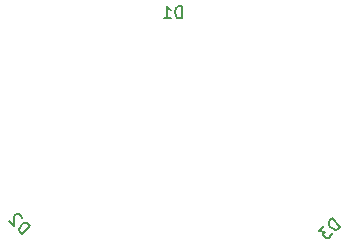
<source format=gbr>
%TF.GenerationSoftware,KiCad,Pcbnew,(5.1.6)-1*%
%TF.CreationDate,2020-12-08T12:03:19+08:00*%
%TF.ProjectId,LED_A1.0,4c45445f-4131-42e3-902e-6b696361645f,rev?*%
%TF.SameCoordinates,Original*%
%TF.FileFunction,Legend,Bot*%
%TF.FilePolarity,Positive*%
%FSLAX46Y46*%
G04 Gerber Fmt 4.6, Leading zero omitted, Abs format (unit mm)*
G04 Created by KiCad (PCBNEW (5.1.6)-1) date 2020-12-08 12:03:19*
%MOMM*%
%LPD*%
G01*
G04 APERTURE LIST*
%ADD10C,0.150000*%
G04 APERTURE END LIST*
%TO.C,D3*%
D10*
X50930593Y-36094569D02*
X50223487Y-35387462D01*
X50055128Y-35555821D01*
X49987784Y-35690508D01*
X49987784Y-35825195D01*
X50021456Y-35926210D01*
X50122471Y-36094569D01*
X50223487Y-36195584D01*
X50391845Y-36296600D01*
X50492861Y-36330271D01*
X50627548Y-36330271D01*
X50762235Y-36262928D01*
X50930593Y-36094569D01*
X49583723Y-36027225D02*
X49145990Y-36464958D01*
X49651067Y-36498630D01*
X49550051Y-36599645D01*
X49516380Y-36700661D01*
X49516380Y-36768004D01*
X49550051Y-36869019D01*
X49718410Y-37037378D01*
X49819425Y-37071050D01*
X49886769Y-37071050D01*
X49987784Y-37037378D01*
X50189815Y-36835348D01*
X50223487Y-36734332D01*
X50223487Y-36666989D01*
%TO.C,D2*%
X24001830Y-36706593D02*
X24708937Y-35999487D01*
X24540578Y-35831128D01*
X24405891Y-35763784D01*
X24271204Y-35763784D01*
X24170189Y-35797456D01*
X24001830Y-35898471D01*
X23900815Y-35999487D01*
X23799799Y-36167845D01*
X23766128Y-36268861D01*
X23766128Y-36403548D01*
X23833471Y-36538235D01*
X24001830Y-36706593D01*
X23968158Y-35393395D02*
X23968158Y-35326051D01*
X23934487Y-35225036D01*
X23766128Y-35056677D01*
X23665112Y-35023006D01*
X23597769Y-35023006D01*
X23496754Y-35056677D01*
X23429410Y-35124021D01*
X23362067Y-35258708D01*
X23362067Y-36066830D01*
X22924334Y-35629097D01*
%TO.C,D1*%
X37542695Y-18435580D02*
X37542695Y-17435580D01*
X37304600Y-17435580D01*
X37161742Y-17483200D01*
X37066504Y-17578438D01*
X37018885Y-17673676D01*
X36971266Y-17864152D01*
X36971266Y-18007009D01*
X37018885Y-18197485D01*
X37066504Y-18292723D01*
X37161742Y-18387961D01*
X37304600Y-18435580D01*
X37542695Y-18435580D01*
X36018885Y-18435580D02*
X36590314Y-18435580D01*
X36304600Y-18435580D02*
X36304600Y-17435580D01*
X36399838Y-17578438D01*
X36495076Y-17673676D01*
X36590314Y-17721295D01*
%TD*%
M02*

</source>
